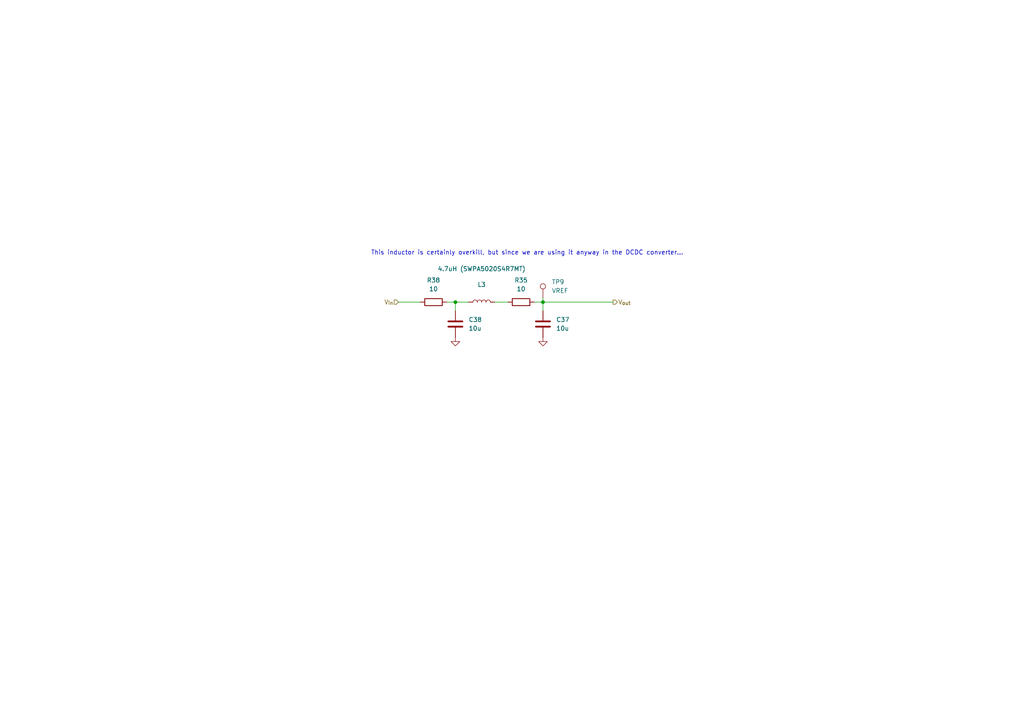
<source format=kicad_sch>
(kicad_sch (version 20231120) (generator "eeschema") (generator_version "8.0")
  (paper "A4")
  (lib_symbols
    (symbol "Connector:TestPoint" (pin_numbers hide) (pin_names (offset 0.762) hide)
      (property "Reference" "TP" (at 0 6.858 0))
      (property "Value" "TestPoint" (at 0 5.08 0))
      (symbol "TestPoint_0_1"
        (circle (center 0 3.302) (radius 0.762))
      )
      (symbol "TestPoint_1_1"
        (pin passive line (at 0 0 90) (length 2.54) (name "1") (number "1"))
      )
    )
    (symbol "Device:C" (pin_numbers hide) (pin_names (offset 0.254))
      (property "Reference" "C" (at 0.635 2.54 0))
      (property "Value" "C" (at 0.635 -2.54 0))
      (symbol "C_0_1"
        (polyline (pts (xy -2.032 -0.762) (xy 2.032 -0.762)) (stroke (width 0.508)))
        (polyline (pts (xy -2.032 0.762) (xy 2.032 0.762)) (stroke (width 0.508)))
      )
      (symbol "C_1_1"
        (pin passive line (at 0 3.81 270) (length 2.794) (name "~") (number "1"))
        (pin passive line (at 0 -3.81 90) (length 2.794) (name "~") (number "2"))
      )
    )
    (symbol "Device:L" (pin_numbers hide) (pin_names (offset 1.016) hide)
      (property "Reference" "L" (at -1.27 0 90))
      (property "Value" "L" (at 1.905 0 90))
      (symbol "L_0_1"
        (arc (start 0 -2.54) (mid 0.6323 -1.905) (end 0 -1.27))
        (arc (start 0 -1.27) (mid 0.6323 -0.635) (end 0 0))
        (arc (start 0 0) (mid 0.6323 0.635) (end 0 1.27))
        (arc (start 0 1.27) (mid 0.6323 1.905) (end 0 2.54))
      )
      (symbol "L_1_1"
        (pin passive line (at 0 3.81 270) (length 1.27) (name "1") (number "1"))
        (pin passive line (at 0 -3.81 90) (length 1.27) (name "2") (number "2"))
      )
    )
    (symbol "power:GND" (power) (pin_numbers hide) (pin_names (offset 0) hide)
      (property "Value" "GND" (at 0 -3.81 0))
      (symbol "GND_0_1"
        (polyline (pts (xy 0 0) (xy 0 -1.27) (xy 1.27 -1.27) (xy 0 -2.54) (xy -1.27 -1.27) (xy 0 -1.27)))
      )
      (symbol "GND_1_1"
        (pin power_in line (at 0 0 270) (length 0) (name "~") (number "1"))
      )
    )
    (symbol "rflib:R" (pin_numbers hide) (pin_names (offset 0))
      (property "Reference" "R" (at 2.032 0 90))
      (property "Value" "R" (at 0 0 90))
      (symbol "R_0_1"
        (rectangle (start -1.016 -2.54) (end 1.016 2.54) (stroke (width 0.254)))
      )
      (symbol "R_1_1"
        (pin passive line (at 0 3.81 270) (length 1.27) (name "~") (number "1"))
        (pin passive line (at 0 -3.81 90) (length 1.27) (name "~") (number "2"))
      )
    )
  )
  (junction (at 157.48 87.63))
  (junction (at 132.08 87.63))
  (wire (pts (xy 157.48 87.63) (xy 177.8 87.63)))
  (wire (pts (xy 154.94 87.63) (xy 157.48 87.63)))
  (wire (pts (xy 129.54 87.63) (xy 132.08 87.63)))
  (wire (pts (xy 143.51 87.63) (xy 147.32 87.63)))
  (wire (pts (xy 157.48 87.63) (xy 157.48 90.17)))
  (wire (pts (xy 135.89 87.63) (xy 132.08 87.63)))
  (wire (pts (xy 115.57 87.63) (xy 121.92 87.63)))
  (wire (pts (xy 132.08 87.63) (xy 132.08 90.17)))
  (wire (pts (xy 157.48 86.36) (xy 157.48 87.63)))
  (text "This inductor is certainly overkill, but since we are using it anyway in the DCDC converter..." (at 152.908 73.406 0) (effects (font (size 1.27 1.27))))
  (hierarchical_label "V_{out}" (shape output) (at 177.8 87.63 0))
  (hierarchical_label "V_{in}" (shape input) (at 115.57 87.63 180))
  (symbol (lib_id "power:GND") (at 157.48 97.79 0) (unit 1)
    (property "Reference" "#PWR073" (effects (hide yes)))
    (property "Value" "GND" (effects (hide yes)))
    (property "Description" "Power symbol creates a global label with name \"GND\" , ground" (effects (hide yes)))
  )
  (symbol (lib_id "Device:C") (at 132.08 93.98 0) (unit 1)
    (property "Reference" "C38" (at 135.89 92.7099 0) (effects (justify left)))
    (property "Value" "10u" (at 135.89 95.2499 0) (effects (justify left)))
    (property "Footprint" "Capacitor_SMD:C_1206_3216Metric" (effects (hide yes)))
    (property "Description" "Unpolarized capacitor" (effects (hide yes)))
    (property "LCSC" "C13585" (effects (hide yes)))
  )
  (symbol (lib_id "power:GND") (at 132.08 97.79 0) (unit 1)
    (property "Reference" "#PWR075" (effects (hide yes)))
    (property "Value" "GND" (effects (hide yes)))
    (property "Description" "Power symbol creates a global label with name \"GND\" , ground" (effects (hide yes)))
  )
  (symbol (lib_id "Device:L") (at 139.7 87.63 90) (unit 1)
    (property "Reference" "L3" (at 139.7 82.55 90))
    (property "Value" "4.7uH (SWPA5020S4R7MT)" (at 139.7 77.978 90))
    (property "Footprint" "Inductor_SMD:L_Sunlord_SWPA5020S" (effects (hide yes)))
    (property "Description" "Inductor" (effects (hide yes)))
    (property "LCSC" "C43183" (effects (hide yes)))
  )
  (symbol (lib_id "Device:C") (at 157.48 93.98 0) (unit 1)
    (property "Reference" "C37" (at 161.29 92.7099 0) (effects (justify left)))
    (property "Value" "10u" (at 161.29 95.2499 0) (effects (justify left)))
    (property "Footprint" "Capacitor_SMD:C_1206_3216Metric" (effects (hide yes)))
    (property "Description" "Unpolarized capacitor" (effects (hide yes)))
    (property "LCSC" "C13585" (effects (hide yes)))
  )
  (symbol (lib_id "Connector:TestPoint") (at 157.48 86.36 0) (unit 1)
    (property "Reference" "TP9" (at 160.02 81.7879 0) (effects (justify left)))
    (property "Value" "VREF" (at 160.02 84.3279 0) (effects (justify left)))
    (property "Footprint" "meteopress_footprints:TestPoint_THTPad_D2.0mm_Drill1.0mm" (effects (hide yes)))
    (property "Description" "test point" (effects (hide yes)))
  )
  (symbol (lib_id "rflib:R") (at 125.73 87.63 90) (unit 1)
    (property "Reference" "R38" (at 125.73 81.28 90))
    (property "Value" "10" (at 125.73 83.82 90))
    (property "Footprint" "Resistor_SMD:R_0603_1608Metric" (effects (hide yes)))
    (property "Description" "Resistor" (effects (hide yes)))
    (property "LCSC" "C22859" (effects (hide yes)))
  )
  (symbol (lib_id "rflib:R") (at 151.13 87.63 90) (unit 1)
    (property "Reference" "R35" (at 151.13 81.28 90))
    (property "Value" "10" (at 151.13 83.82 90))
    (property "Footprint" "Resistor_SMD:R_0603_1608Metric" (effects (hide yes)))
    (property "Description" "Resistor" (effects (hide yes)))
    (property "LCSC" "C22859" (effects (hide yes)))
  )
)
</source>
